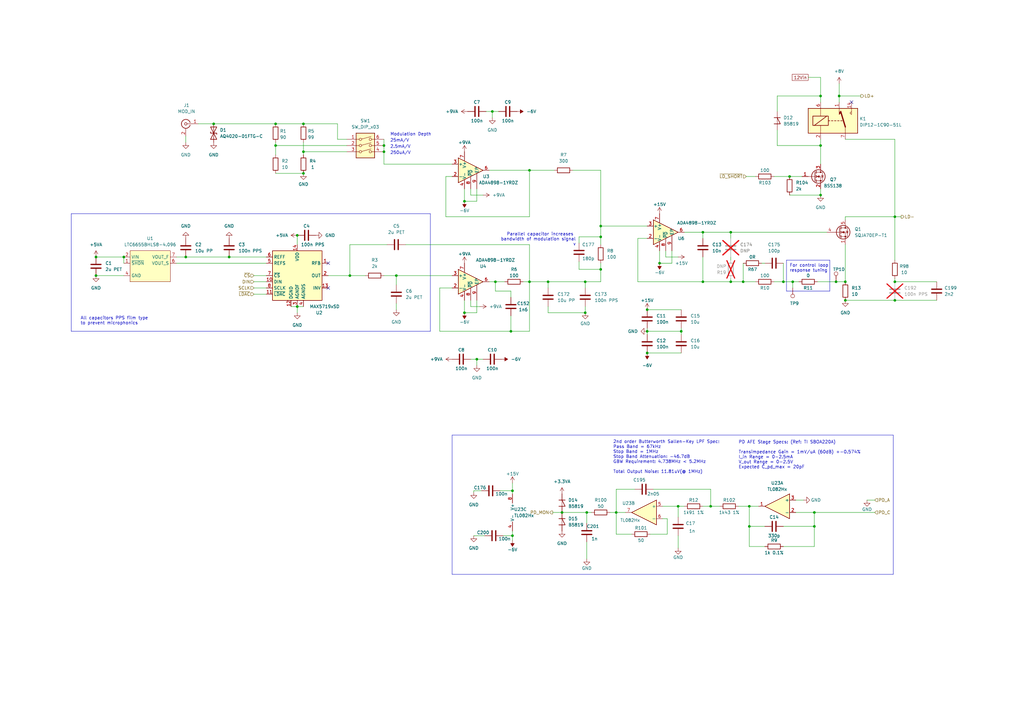
<source format=kicad_sch>
(kicad_sch (version 20230121) (generator eeschema)
  (paper "A3")
  (title_block (title "Kirdy") (date "2022-07-03") (rev "r0.1") (company "M-Labs") (comment 1 "Alex Wong Tat Hang"))
  (lib_symbols
    (symbol "Amplifier_Operational:ADA4898-1YRDZ" (pin_names (offset 0.127))
      (property "Reference" "U" (at 3.81 3.81 0))
      (property "Value" "ADA4898-1YRDZ" (at 11.43 -2.54 0))
      (symbol "ADA4898-1YRDZ_1_1"
        (pin input line (at -7.62 -2.54 0) (length 2.54) (name "-") (number "2"))
        (pin input line (at -7.62 2.54 0) (length 2.54) (name "+") (number "3"))
        (pin power_in line (at -2.54 -7.62 90) (length 3.81) (name "V-") (number "4"))
        (pin output line (at 7.62 0 180) (length 2.54) (name "~") (number "6"))
        (pin power_in line (at -2.54 7.62 270) (length 3.81) (name "V+") (number "7"))
        (pin input line (at 0 -7.62 90) (length 5.08) (name "~{PD}") (number "8"))
        (pin passive line (at 2.54 -7.62 90) (length 6.35) (name "EP") (number "9"))
      )
    )
    (symbol "Amplifier_Operational:TL082" (pin_names (offset 0.127))
      (property "Reference" "U" (at 0 5.08 0))
      (property "Value" "TL082" (at 0 -5.08 0))
      (symbol "TL082_1_1"
        (pin output line (at 7.62 0 180) (length 2.54) (name "~") (number "1"))
        (pin input line (at -7.62 -2.54 0) (length 2.54) (name "-") (number "2"))
        (pin input line (at -7.62 2.54 0) (length 2.54) (name "+") (number "3"))
      )
      (symbol "TL082_2_1"
        (pin input line (at -7.62 2.54 0) (length 2.54) (name "+") (number "5"))
        (pin input line (at -7.62 -2.54 0) (length 2.54) (name "-") (number "6"))
        (pin output line (at 7.62 0 180) (length 2.54) (name "~") (number "7"))
      )
      (symbol "TL082_3_1"
        (pin power_in line (at -2.54 -7.62 90) (length 3.81) (name "V-") (number "4"))
        (pin power_in line (at -2.54 7.62 270) (length 3.81) (name "V+") (number "8"))
      )
    )
    (symbol "Analog_DAC:MAX5719xSD"
      (property "Reference" "U" (at -10.16 11.43 0))
      (property "Value" "MAX5719xSD" (at 1.27 11.43 0))
      (symbol "MAX5719xSD_1_1"
        (pin passive line (at 12.7 5.08 180) (length 2.54) (name "RFB") (number "1"))
        (pin input line (at -12.7 -2.54 0) (length 2.54) (name "DIN") (number "10"))
        (pin input line (at -12.7 -7.62 0) (length 2.54) (name "~{LDAC}") (number "11"))
        (pin power_in line (at -2.54 -12.7 90) (length 2.54) (name "DGND") (number "12"))
        (pin passive line (at 12.7 -5.08 180) (length 2.54) (name "INV") (number "13"))
        (pin power_in line (at 0 12.7 270) (length 2.54) (name "VDD") (number "14"))
        (pin output line (at 12.7 0 180) (length 2.54) (name "OUT") (number "2"))
        (pin power_in line (at 0 -12.7 90) (length 2.54) (name "AGNDF") (number "3"))
        (pin power_in line (at 2.54 -12.7 90) (length 2.54) (name "AGNDS") (number "4"))
        (pin input line (at -12.7 5.08 0) (length 2.54) (name "REFS") (number "5"))
        (pin input line (at -12.7 7.62 0) (length 2.54) (name "REFF") (number "6"))
        (pin input line (at -12.7 0 0) (length 2.54) (name "~{CS}") (number "7"))
        (pin input line (at -12.7 -5.08 0) (length 2.54) (name "SCLK") (number "8"))
        (pin no_connect line (at 10.16 -7.62 180) (length 2.54) hide (name "NC") (number "9"))
      )
    )
    (symbol "Connector:Conn_Coaxial" (pin_names (offset 1.016) hide)
      (property "Reference" "J" (at 0.254 3.048 0))
      (property "Value" "Conn_Coaxial" (at 2.921 0 90))
      (symbol "Conn_Coaxial_1_1"
        (pin passive line (at -5.08 0 0) (length 2.54) (name "In") (number "1"))
        (pin passive line (at 0 -5.08 90) (length 2.54) (name "Ext") (number "2"))
      )
    )
    (symbol "Connector:TestPoint" (pin_numbers hide) (pin_names (offset 0.762) hide)
      (property "Reference" "TP" (at 0 6.858 0))
      (property "Value" "TestPoint" (at 0 5.08 0))
      (symbol "TestPoint_1_1"
        (pin passive line (at 0 0 90) (length 2.54) (name "1") (number "1"))
      )
    )
    (symbol "Device:C" (pin_numbers hide) (pin_names (offset 0.254))
      (property "Reference" "C" (at 0.635 2.54 0))
      (property "Value" "C" (at 0.635 -2.54 0))
      (symbol "C_1_1"
        (pin passive line (at 0 3.81 270) (length 2.794) (name "~") (number "1"))
        (pin passive line (at 0 -3.81 90) (length 2.794) (name "~") (number "2"))
      )
    )
    (symbol "Device:D_Shockley" (pin_numbers hide) (pin_names (offset 1.016) hide)
      (property "Reference" "D" (at 0 2.54 0))
      (property "Value" "D_Shockley" (at 0 -2.54 0))
      (symbol "D_Shockley_1_1"
        (pin passive line (at -3.81 0 0) (length 2.54) (name "K") (number "1"))
        (pin passive line (at 3.81 0 180) (length 2.54) (name "A") (number "2"))
      )
    )
    (symbol "Device:D_TVS" (pin_numbers hide) (pin_names (offset 1.016) hide)
      (property "Reference" "D" (at 0 2.54 0))
      (property "Value" "D_TVS" (at 0 -2.54 0))
      (symbol "D_TVS_1_1"
        (pin passive line (at -3.81 0 0) (length 2.54) (name "A1") (number "1"))
        (pin passive line (at 3.81 0 180) (length 2.54) (name "A2") (number "2"))
      )
    )
    (symbol "Device:R" (pin_numbers hide) (pin_names (offset 0))
      (property "Reference" "R" (at 2.032 0 90))
      (property "Value" "R" (at 0 0 90))
      (symbol "R_1_1"
        (pin passive line (at 0 3.81 270) (length 1.27) (name "~") (number "1"))
        (pin passive line (at 0 -3.81 90) (length 1.27) (name "~") (number "2"))
      )
    )
    (symbol "Relay:DIPxx-1Cxx-51x"
      (property "Reference" "K" (at 11.43 3.81 0))
      (property "Value" "DIPxx-1Cxx-51x" (at 11.43 1.27 0))
      (symbol "DIPxx-1Cxx-51x_1_1"
        (pin passive line (at 2.54 7.62 270) (length 2.54) (name "~") (number "1"))
        (pin passive line (at 7.62 7.62 270) (length 2.54) (name "~") (number "14"))
        (pin passive line (at -5.08 -7.62 90) (length 2.54) (name "~") (number "2"))
        (pin passive line (at -5.08 7.62 270) (length 2.54) (name "~") (number "6"))
        (pin passive line (at 5.08 -7.62 90) (length 2.54) (name "~") (number "7"))
        (pin passive line (at 5.08 -7.62 90) (length 2.54) hide (name "~") (number "8"))
      )
    )
    (symbol "Switch:SW_DIP_x03" (pin_names (offset 0) hide)
      (property "Reference" "SW" (at 0 8.89 0))
      (property "Value" "SW_DIP_x03" (at 0 -3.81 0))
      (symbol "SW_DIP_x03_1_1"
        (pin passive line (at -7.62 5.08 0) (length 5.08) (name "~") (number "1"))
        (pin passive line (at -7.62 2.54 0) (length 5.08) (name "~") (number "2"))
        (pin passive line (at -7.62 0 0) (length 5.08) (name "~") (number "3"))
        (pin passive line (at 7.62 0 180) (length 5.08) (name "~") (number "4"))
        (pin passive line (at 7.62 2.54 180) (length 5.08) (name "~") (number "5"))
        (pin passive line (at 7.62 5.08 180) (length 5.08) (name "~") (number "6"))
      )
    )
    (symbol "Transistor_FET:BSS138" (pin_names hide)
      (property "Reference" "Q" (at 5.08 1.905 0))
      (property "Value" "BSS138" (at 5.08 0 0))
      (symbol "BSS138_1_1"
        (pin input line (at -5.08 0 0) (length 2.54) (name "G") (number "1"))
        (pin passive line (at 2.54 -5.08 90) (length 2.54) (name "S") (number "2"))
        (pin passive line (at 2.54 5.08 270) (length 2.54) (name "D") (number "3"))
      )
    )
    (symbol "Transistor_FET:CSD17507Q5A" (pin_names hide)
      (property "Reference" "Q" (at 5.08 1.905 0))
      (property "Value" "CSD17507Q5A" (at 5.08 0 0))
      (symbol "CSD17507Q5A_1_1"
        (pin passive line (at 2.54 -5.08 90) (length 2.54) (name "S") (number "1"))
        (pin passive line (at 2.54 -5.08 90) (length 2.54) hide (name "S") (number "2"))
        (pin passive line (at 2.54 -5.08 90) (length 2.54) hide (name "S") (number "3"))
        (pin passive line (at -5.08 0 0) (length 2.54) (name "G") (number "4"))
        (pin passive line (at 2.54 5.08 270) (length 2.54) (name "D") (number "5"))
      )
    )
    (symbol "kirdy:LTC6655"
      (property "Reference" "U" (at 0 -10.16 0))
      (property "Value" "LTC6655" (at 0 -7.62 0))
      (symbol "LTC6655_0_0"
        (pin input line (at -10.16 2.54 0) (length 2.54) (name "~{SHDN}") (number "1"))
        (pin power_in line (at -10.16 5.08 0) (length 2.54) (name "VIN") (number "2"))
        (pin power_in line (at -10.16 -2.54 0) (length 2.54) hide (name "GND") (number "3"))
        (pin power_in line (at -10.16 -2.54 0) (length 2.54) (name "GND") (number "4"))
        (pin power_in line (at -10.16 -2.54 0) (length 2.54) hide (name "GND") (number "5"))
        (pin passive line (at 11.43 2.54 180) (length 2.54) (name "VOUT_S") (number "6"))
        (pin output line (at 11.43 5.08 180) (length 2.54) (name "VOUT_F") (number "7"))
        (pin power_in line (at -10.16 -2.54 0) (length 2.54) hide (name "GND") (number "8"))
      )
    )
    (symbol "power:+15V" (power) (pin_names (offset 0))
      (property "Value" "+15V" (at 0 3.556 0))
      (symbol "+15V_1_1"
        (pin power_in line (at 0 0 90) (length 0) hide (name "+15V") (number "1"))
      )
    )
    (symbol "power:+3.3VA" (power) (pin_names (offset 0))
      (property "Value" "+3.3VA" (at 0 3.556 0))
      (symbol "+3.3VA_1_1"
        (pin power_in line (at 0 0 90) (length 0) hide (name "+3.3VA") (number "1"))
      )
    )
    (symbol "power:+5VA" (power) (pin_names (offset 0))
      (property "Value" "+5VA" (at 0 3.556 0))
      (symbol "+5VA_1_1"
        (pin power_in line (at 0 0 90) (length 0) hide (name "+5VA") (number "1"))
      )
    )
    (symbol "power:+8V" (power) (pin_names (offset 0))
      (property "Value" "+8V" (at 0 3.556 0))
      (symbol "+8V_1_1"
        (pin power_in line (at 0 0 90) (length 0) hide (name "+8V") (number "1"))
      )
    )
    (symbol "power:+9VA" (power) (pin_names (offset 0))
      (property "Value" "+9VA" (at 0 3.81 0))
      (symbol "+9VA_1_1"
        (pin power_in line (at 0 0 90) (length 0) hide (name "+9VA") (number "1"))
      )
    )
    (symbol "power:-6V" (power) (pin_names (offset 0))
      (property "Value" "-6V" (at 0 3.81 0))
      (symbol "-6V_0_0"
        (pin power_in line (at 0 0 90) (length 0) hide (name "-6V") (number "1"))
      )
    )
    (symbol "power:GND" (power) (pin_names (offset 0))
      (property "Value" "GND" (at 0 -3.81 0))
      (symbol "GND_1_1"
        (pin power_in line (at 0 0 270) (length 0) hide (name "GND") (number "1"))
      )
    )
  )
  (junction (at 270.51 107.95))
  (junction (at 124.46 71.12))
  (junction (at 217.17 69.85))
  (junction (at 265.43 135.89))
  (junction (at 203.2 115.57))
  (junction (at 121.92 96.52))
  (junction (at 288.29 95.25))
  (junction (at 367.03 88.9))
  (junction (at 334.01 210.185))
  (junction (at 210.185 201.295))
  (junction (at 87.63 50.8))
  (junction (at 201.93 45.72))
  (junction (at 157.48 62.23))
  (junction (at 240.03 115.57))
  (junction (at 195.58 147.32))
  (junction (at 299.72 115.57))
  (junction (at 265.43 127))
  (junction (at 252.73 210.185))
  (junction (at 346.71 115.57))
  (junction (at 190.5 128.27))
  (junction (at 124.46 50.8))
  (junction (at 336.55 39.37))
  (junction (at 217.17 115.57))
  (junction (at 307.34 207.645))
  (junction (at 224.79 115.57))
  (junction (at 334.01 215.9))
  (junction (at 190.5 82.55))
  (junction (at 325.12 115.57))
  (junction (at 288.29 115.57))
  (junction (at 143.51 113.03))
  (junction (at 336.55 80.01))
  (junction (at 299.72 95.25))
  (junction (at 113.03 50.8))
  (junction (at 162.56 113.03))
  (junction (at 76.2 105.41))
  (junction (at 279.4 135.89))
  (junction (at 210.185 219.71))
  (junction (at 246.38 110.49))
  (junction (at 246.38 92.71))
  (junction (at 50.8 105.41))
  (junction (at 346.71 123.19))
  (junction (at 265.43 144.78))
  (junction (at 291.465 207.645))
  (junction (at 367.03 123.19))
  (junction (at 93.98 105.41))
  (junction (at 39.37 113.03))
  (junction (at 278.13 207.645))
  (junction (at 240.03 128.27))
  (junction (at 113.03 59.69))
  (junction (at 307.34 215.9))
  (junction (at 336.55 59.69))
  (junction (at 246.38 97.155))
  (junction (at 344.17 39.37))
  (junction (at 230.505 210.185))
  (junction (at 304.8 115.57))
  (junction (at 124.46 62.23))
  (junction (at 121.92 125.73))
  (junction (at 209.55 135.89))
  (junction (at 367.03 115.57))
  (junction (at 240.665 210.185))
  (junction (at 39.37 105.41))
  (junction (at 157.48 59.69))
  (junction (at 342.9 115.57))
  (junction (at 323.85 72.39))
  (junction (at 321.31 115.57))
  (no_connect (at 349.25 41.91))
  (no_connect (at 134.62 118.11))
  (no_connect (at 134.62 107.95))
  (wire (pts (xy 162.56 124.46) (xy 162.56 127)))
  (wire (pts (xy 104.14 113.03) (xy 109.22 113.03)))
  (wire (pts (xy 50.8 105.41) (xy 50.8 107.95)))
  (wire (pts (xy 157.48 59.69) (xy 157.48 62.23)))
  (wire (pts (xy 323.85 72.39) (xy 328.93 72.39)))
  (wire (pts (xy 217.17 115.57) (xy 224.79 115.57)))
  (wire (pts (xy 259.08 219.075) (xy 252.73 219.075)))
  (wire (pts (xy 113.03 71.12) (xy 124.46 71.12)))
  (wire (pts (xy 334.01 210.185) (xy 358.775 210.185)))
  (wire (pts (xy 335.28 115.57) (xy 342.9 115.57)))
  (wire (pts (xy 288.29 95.25) (xy 299.72 95.25)))
  (wire (pts (xy 313.69 224.155) (xy 307.34 224.155)))
  (wire (pts (xy 237.49 107.315) (xy 237.49 110.49)))
  (wire (pts (xy 318.77 59.69) (xy 336.55 59.69)))
  (wire (pts (xy 325.12 118.11) (xy 325.12 115.57)))
  (wire (pts (xy 271.78 212.725) (xy 273.685 212.725)))
  (wire (pts (xy 240.03 115.57) (xy 246.38 115.57)))
  (wire (pts (xy 265.43 135.89) (xy 265.43 137.16)))
  (wire (pts (xy 346.71 90.17) (xy 346.71 88.9)))
  (wire (pts (xy 210.185 219.71) (xy 210.185 221.615)))
  (wire (pts (xy 331.47 31.75) (xy 336.55 31.75)))
  (wire (pts (xy 240.665 210.185) (xy 242.57 210.185)))
  (wire (pts (xy 166.37 100.33) (xy 217.17 100.33)))
  (wire (pts (xy 138.43 57.15) (xy 142.24 57.15)))
  (wire (pts (xy 288.29 207.645) (xy 291.465 207.645)))
  (wire (pts (xy 76.2 58.42) (xy 76.2 55.88)))
  (wire (pts (xy 240.03 118.11) (xy 240.03 115.57)))
  (wire (pts (xy 288.29 95.25) (xy 288.29 97.79)))
  (wire (pts (xy 280.67 95.25) (xy 288.29 95.25)))
  (wire (pts (xy 193.04 125.73) (xy 196.85 125.73)))
  (wire (pts (xy 336.55 31.75) (xy 336.55 39.37)))
  (wire (pts (xy 124.46 58.42) (xy 124.46 62.23)))
  (wire (pts (xy 246.38 107.95) (xy 246.38 110.49)))
  (wire (pts (xy 367.03 114.3) (xy 367.03 115.57)))
  (wire (pts (xy 299.72 95.25) (xy 339.09 95.25)))
  (wire (pts (xy 81.28 50.8) (xy 87.63 50.8)))
  (polyline (pts (xy 322.58 119.38) (xy 340.36 119.38)))
  (wire (pts (xy 104.14 118.11) (xy 109.22 118.11)))
  (wire (pts (xy 237.49 110.49) (xy 246.38 110.49)))
  (wire (pts (xy 252.73 200.66) (xy 252.73 210.185)))
  (wire (pts (xy 206.375 219.71) (xy 210.185 219.71)))
  (wire (pts (xy 273.05 105.41) (xy 278.13 105.41)))
  (wire (pts (xy 237.49 97.155) (xy 246.38 97.155)))
  (polyline (pts (xy 322.58 106.68) (xy 340.36 106.68)))
  (wire (pts (xy 318.77 53.34) (xy 318.77 59.69)))
  (wire (pts (xy 157.48 57.15) (xy 157.48 59.69)))
  (wire (pts (xy 299.72 105.41) (xy 299.72 106.68)))
  (wire (pts (xy 76.2 105.41) (xy 93.98 105.41)))
  (wire (pts (xy 104.14 115.57) (xy 109.22 115.57)))
  (wire (pts (xy 113.03 58.42) (xy 113.03 59.69)))
  (wire (pts (xy 200.66 69.85) (xy 217.17 69.85)))
  (wire (pts (xy 201.93 45.72) (xy 201.93 48.26)))
  (wire (pts (xy 326.39 210.185) (xy 334.01 210.185)))
  (wire (pts (xy 306.07 72.39) (xy 309.88 72.39)))
  (wire (pts (xy 224.79 115.57) (xy 240.03 115.57)))
  (wire (pts (xy 267.97 200.66) (xy 291.465 200.66)))
  (wire (pts (xy 217.17 88.9) (xy 217.17 69.85)))
  (wire (pts (xy 209.55 135.89) (xy 217.17 135.89)))
  (wire (pts (xy 210.185 198.12) (xy 210.185 201.295)))
  (wire (pts (xy 252.73 210.185) (xy 256.54 210.185)))
  (wire (pts (xy 162.56 113.03) (xy 185.42 113.03)))
  (wire (pts (xy 157.48 113.03) (xy 162.56 113.03)))
  (wire (pts (xy 299.72 95.25) (xy 299.72 97.79)))
  (wire (pts (xy 217.17 135.89) (xy 217.17 115.57)))
  (wire (pts (xy 367.03 88.9) (xy 346.71 88.9)))
  (wire (pts (xy 240.03 128.27) (xy 240.03 125.73)))
  (wire (pts (xy 72.39 107.95) (xy 109.22 107.95)))
  (wire (pts (xy 336.55 57.15) (xy 336.55 59.69)))
  (wire (pts (xy 124.46 62.23) (xy 142.24 62.23)))
  (wire (pts (xy 214.63 115.57) (xy 217.17 115.57)))
  (wire (pts (xy 278.13 212.09) (xy 278.13 207.645)))
  (wire (pts (xy 279.4 135.89) (xy 265.43 135.89)))
  (wire (pts (xy 201.93 45.72) (xy 204.47 45.72)))
  (wire (pts (xy 180.34 118.11) (xy 180.34 135.89)))
  (wire (pts (xy 307.34 215.9) (xy 307.34 224.155)))
  (wire (pts (xy 195.58 82.55) (xy 195.58 77.47)))
  (wire (pts (xy 190.5 77.47) (xy 190.5 82.55)))
  (wire (pts (xy 195.58 128.27) (xy 195.58 123.19)))
  (wire (pts (xy 291.465 200.66) (xy 291.465 207.645)))
  (wire (pts (xy 143.51 100.33) (xy 143.51 113.03)))
  (wire (pts (xy 158.75 100.33) (xy 143.51 100.33)))
  (polyline (pts (xy 29.21 87.63) (xy 176.53 87.63)))
  (wire (pts (xy 346.71 123.19) (xy 367.03 123.19)))
  (wire (pts (xy 342.9 115.57) (xy 346.71 115.57)))
  (wire (pts (xy 266.7 219.075) (xy 273.685 219.075)))
  (wire (pts (xy 271.78 207.645) (xy 278.13 207.645)))
  (wire (pts (xy 195.58 147.32) (xy 198.12 147.32)))
  (wire (pts (xy 87.63 50.8) (xy 113.03 50.8)))
  (wire (pts (xy 246.38 97.155) (xy 246.38 100.33)))
  (wire (pts (xy 304.8 107.95) (xy 304.8 115.57)))
  (wire (pts (xy 193.04 77.47) (xy 193.04 80.01)))
  (wire (pts (xy 113.03 50.8) (xy 124.46 50.8)))
  (wire (pts (xy 336.55 39.37) (xy 336.55 41.91)))
  (wire (pts (xy 190.5 82.55) (xy 195.58 82.55)))
  (wire (pts (xy 193.04 147.32) (xy 195.58 147.32)))
  (wire (pts (xy 329.565 205.105) (xy 326.39 205.105)))
  (wire (pts (xy 321.31 115.57) (xy 325.12 115.57)))
  (wire (pts (xy 240.665 222.25) (xy 240.665 229.235)))
  (wire (pts (xy 246.38 69.85) (xy 246.38 92.71)))
  (wire (pts (xy 270.51 107.95) (xy 275.59 107.95)))
  (wire (pts (xy 199.39 45.72) (xy 201.93 45.72)))
  (wire (pts (xy 344.17 39.37) (xy 344.17 41.91)))
  (wire (pts (xy 185.42 72.39) (xy 182.88 72.39)))
  (wire (pts (xy 230.505 210.185) (xy 240.665 210.185)))
  (polyline (pts (xy 340.36 119.38) (xy 340.36 106.68)))
  (wire (pts (xy 72.39 105.41) (xy 76.2 105.41)))
  (wire (pts (xy 180.34 135.89) (xy 209.55 135.89)))
  (wire (pts (xy 193.04 123.19) (xy 193.04 125.73)))
  (wire (pts (xy 134.62 113.03) (xy 143.51 113.03)))
  (wire (pts (xy 209.55 119.38) (xy 203.2 119.38)))
  (wire (pts (xy 93.98 105.41) (xy 109.22 105.41)))
  (wire (pts (xy 291.465 207.645) (xy 295.275 207.645)))
  (wire (pts (xy 317.5 115.57) (xy 321.31 115.57)))
  (wire (pts (xy 367.03 57.15) (xy 346.71 57.15)))
  (wire (pts (xy 250.19 210.185) (xy 252.73 210.185)))
  (wire (pts (xy 334.01 210.185) (xy 334.01 215.9)))
  (wire (pts (xy 234.95 69.85) (xy 246.38 69.85)))
  (wire (pts (xy 278.13 224.79) (xy 278.13 219.71)))
  (wire (pts (xy 39.37 105.41) (xy 50.8 105.41)))
  (wire (pts (xy 39.37 113.03) (xy 50.8 113.03)))
  (wire (pts (xy 369.57 88.9) (xy 367.03 88.9)))
  (wire (pts (xy 318.77 39.37) (xy 336.55 39.37)))
  (wire (pts (xy 302.895 207.645) (xy 307.34 207.645)))
  (wire (pts (xy 190.5 128.27) (xy 195.58 128.27)))
  (wire (pts (xy 124.46 62.23) (xy 124.46 63.5)))
  (wire (pts (xy 270.51 102.87) (xy 270.51 107.95)))
  (polyline (pts (xy 29.21 87.63) (xy 29.21 135.89)))
  (wire (pts (xy 325.12 115.57) (xy 327.66 115.57)))
  (wire (pts (xy 113.03 59.69) (xy 142.24 59.69)))
  (wire (pts (xy 367.03 115.57) (xy 384.175 115.57)))
  (wire (pts (xy 252.73 210.185) (xy 252.73 219.075)))
  (wire (pts (xy 261.62 115.57) (xy 261.62 97.79)))
  (wire (pts (xy 121.92 96.52) (xy 121.92 100.33)))
  (wire (pts (xy 273.685 212.725) (xy 273.685 219.075)))
  (wire (pts (xy 273.05 102.87) (xy 273.05 105.41)))
  (wire (pts (xy 157.48 67.31) (xy 185.42 67.31)))
  (wire (pts (xy 226.695 210.185) (xy 230.505 210.185)))
  (polyline (pts (xy 322.58 106.68) (xy 322.58 119.38)))
  (wire (pts (xy 217.17 69.85) (xy 227.33 69.85)))
  (wire (pts (xy 336.55 59.69) (xy 336.55 67.31)))
  (wire (pts (xy 321.31 224.155) (xy 334.01 224.155)))
  (wire (pts (xy 304.8 115.57) (xy 309.88 115.57)))
  (wire (pts (xy 194.31 201.93) (xy 194.31 201.295)))
  (wire (pts (xy 344.17 39.37) (xy 353.06 39.37)))
  (wire (pts (xy 288.29 115.57) (xy 261.62 115.57)))
  (wire (pts (xy 307.34 207.645) (xy 311.15 207.645)))
  (wire (pts (xy 182.88 88.9) (xy 217.17 88.9)))
  (wire (pts (xy 119.38 125.73) (xy 121.92 125.73)))
  (wire (pts (xy 246.38 92.71) (xy 265.43 92.71)))
  (wire (pts (xy 367.03 88.9) (xy 367.03 106.68)))
  (wire (pts (xy 104.14 120.65) (xy 109.22 120.65)))
  (wire (pts (xy 318.77 45.72) (xy 318.77 39.37)))
  (wire (pts (xy 143.51 113.03) (xy 149.86 113.03)))
  (wire (pts (xy 367.03 123.19) (xy 384.175 123.19)))
  (wire (pts (xy 193.04 80.01) (xy 198.12 80.01)))
  (wire (pts (xy 246.38 92.71) (xy 246.38 97.155)))
  (polyline (pts (xy 29.21 135.89) (xy 176.53 135.89)))
  (wire (pts (xy 210.185 201.295) (xy 210.185 202.565)))
  (wire (pts (xy 194.31 201.295) (xy 197.485 201.295)))
  (wire (pts (xy 224.79 125.73) (xy 224.79 128.27)))
  (wire (pts (xy 299.72 114.3) (xy 299.72 115.57)))
  (wire (pts (xy 367.03 57.15) (xy 367.03 88.9)))
  (wire (pts (xy 190.5 123.19) (xy 190.5 128.27)))
  (wire (pts (xy 224.79 118.11) (xy 224.79 115.57)))
  (wire (pts (xy 203.2 119.38) (xy 203.2 115.57)))
  (wire (pts (xy 321.31 107.95) (xy 321.31 115.57)))
  (wire (pts (xy 209.55 129.54) (xy 209.55 135.89)))
  (wire (pts (xy 205.105 201.295) (xy 210.185 201.295)))
  (wire (pts (xy 279.4 134.62) (xy 279.4 135.89)))
  (wire (pts (xy 344.17 34.29) (xy 344.17 39.37)))
  (wire (pts (xy 312.42 107.95) (xy 313.69 107.95)))
  (wire (pts (xy 246.38 110.49) (xy 246.38 115.57)))
  (wire (pts (xy 323.85 80.01) (xy 336.55 80.01)))
  (wire (pts (xy 113.03 59.69) (xy 113.03 63.5)))
  (wire (pts (xy 121.92 125.73) (xy 121.92 128.27)))
  (wire (pts (xy 217.17 100.33) (xy 217.17 115.57)))
  (wire (pts (xy 279.4 135.89) (xy 279.4 137.16)))
  (wire (pts (xy 210.185 217.805) (xy 210.185 219.71)))
  (wire (pts (xy 162.56 113.03) (xy 162.56 116.84)))
  (wire (pts (xy 157.48 62.23) (xy 157.48 67.31)))
  (wire (pts (xy 346.71 100.33) (xy 346.71 115.57)))
  (wire (pts (xy 124.46 50.8) (xy 138.43 50.8)))
  (wire (pts (xy 355.6 205.105) (xy 358.775 205.105)))
  (wire (pts (xy 203.2 115.57) (xy 207.01 115.57)))
  (wire (pts (xy 240.665 214.63) (xy 240.665 210.185)))
  (wire (pts (xy 336.55 77.47) (xy 336.55 80.01)))
  (wire (pts (xy 321.31 215.9) (xy 334.01 215.9)))
  (wire (pts (xy 307.34 207.645) (xy 307.34 215.9)))
  (wire (pts (xy 317.5 72.39) (xy 323.85 72.39)))
  (wire (pts (xy 185.42 118.11) (xy 180.34 118.11)))
  (wire (pts (xy 194.31 219.71) (xy 198.755 219.71)))
  (wire (pts (xy 265.43 134.62) (xy 265.43 135.89)))
  (wire (pts (xy 224.79 128.27) (xy 240.03 128.27)))
  (wire (pts (xy 265.43 127) (xy 279.4 127)))
  (wire (pts (xy 260.35 200.66) (xy 252.73 200.66)))
  (wire (pts (xy 288.29 115.57) (xy 299.72 115.57)))
  (wire (pts (xy 209.55 121.92) (xy 209.55 119.38)))
  (wire (pts (xy 265.43 144.78) (xy 279.4 144.78)))
  (wire (pts (xy 278.13 207.645) (xy 280.67 207.645)))
  (wire (pts (xy 200.66 115.57) (xy 203.2 115.57)))
  (wire (pts (xy 138.43 50.8) (xy 138.43 57.15)))
  (wire (pts (xy 275.59 107.95) (xy 275.59 102.87)))
  (wire (pts (xy 288.29 105.41) (xy 288.29 115.57)))
  (wire (pts (xy 195.58 147.32) (xy 195.58 149.86)))
  (wire (pts (xy 299.72 115.57) (xy 304.8 115.57)))
  (polyline (pts (xy 176.53 135.89) (xy 176.53 87.63)))
  (wire (pts (xy 237.49 99.695) (xy 237.49 97.155)))
  (wire (pts (xy 121.92 125.73) (xy 124.46 125.73)))
  (wire (pts (xy 182.88 72.39) (xy 182.88 88.9)))
  (wire (pts (xy 261.62 97.79) (xy 265.43 97.79)))
  (wire (pts (xy 334.01 215.9) (xy 334.01 224.155)))
  (wire (pts (xy 313.69 215.9) (xy 307.34 215.9)))
  (rectangle (start 185.42 178.435) (end 366.395 235.585))
  (text "250uA/V" (at 160.02 63.5 0) (effects (font (size 1.27 1.27)) (justify left bottom)))
  (text "All capacitors PPS film type\nto prevent microphonics " (at 33.02 133.35 0) (effects (font (size 1.27 1.27)) (justify left bottom)))
  (text "2.5mA/V" (at 160.02 60.96 0) (effects (font (size 1.27 1.27)) (justify left bottom)))
  (text "For control loop\nresponse tuning" (at 323.85 111.76 0) (effects (font (size 1.27 1.27)) (justify left bottom)))
  (text "25mA/V" (at 160.02 58.42 0) (effects (font (size 1.27 1.27)) (justify left bottom)))
  (text "PD AFE Stage Specs: (Ref: TI SBOA220A)\n\nTransimpedance Gain = 1mV/uA (60dB) +-0.574%\nI_in Range = 0-2.5mA\nV_out Range = 0-2.5V\nExpected C_pd_max = 20pF" (at 302.895 192.405 0) (effects (font (size 1.27 1.27)) (justify left bottom)))
  (text "\n2nd order Butterworth Sallen-Key LPF Spec:\nPass Band = 67kHz\nStop Band = 1MHz\nStop Band Attenuation: -46.7dB\nGBW Requirement: 4.738MHz < 5.2MHz\n\nTotal Output Noise: 11.81uV(@ 1MHz)" (at 251.46 194.31 0) (effects (font (size 1.27 1.27)) (justify left bottom)))
  (text "Parallel capacitor increases \nbandwidth of modulation signal\nv" (at 236.22 100.965 0) (effects (font (size 1.27 1.27)) (justify right bottom)))
  (text "Modulation Depth" (at 160.02 55.88 0) (effects (font (size 1.27 1.27)) (justify left bottom)))
  (global_label "12Vin" (shape passive) (at 331.47 31.75 180) (property "Intersheetrefs" "${INTERSHEET_REFS}" (effects hide)))
  (hierarchical_label "PD_MON" (shape output) (at 226.695 210.185 180))
  (hierarchical_label "PD_C" (shape input) (at 358.775 210.185 0))
  (hierarchical_label "~{LDAC}" (shape input) (at 104.14 120.65 180))
  (hierarchical_label "~{LD_SHORT}" (shape input) (at 306.07 72.39 180))
  (hierarchical_label "LD+" (shape output) (at 353.06 39.37 0))
  (hierarchical_label "PD_A" (shape input) (at 358.775 205.105 0))
  (hierarchical_label "SCLK" (shape input) (at 104.14 118.11 180))
  (hierarchical_label "DIN" (shape input) (at 104.14 115.57 180))
  (hierarchical_label "LD-" (shape output) (at 369.57 88.9 0))
  (hierarchical_label "~{CS}" (shape input) (at 104.14 113.03 180))
  (symbol (lib_id "Connector:TestPoint") (at 342.9 115.57 0) (unit 1)
    (property "Reference" "TP10" (at 341.63 110.49 0) (effects (justify left)))
    (property "Value" "TestPoint" (effects hide))
    (property "Footprint" "TestPoint:TestPoint_Pad_2.0x2.0mm" (effects hide))
  )
  (symbol (lib_id "Device:R") (at 299.72 110.49 180) (unit 1) (dnp yes)
    (property "Reference" "R19" (at 295.91 111.76 0))
    (property "Value" "DNP" (at 295.91 109.22 0))
    (property "Footprint" "Resistor_SMD:R_0603_1608Metric" (effects hide))
  )
  (symbol (lib_id "Device:R") (at 284.48 207.645 90) (unit 1)
    (property "Reference" "R12" (at 284.48 205.105 90))
    (property "Value" "1k91 1%" (at 284.48 210.185 90))
    (property "Footprint" "Resistor_SMD:R_0603_1608Metric" (effects hide))
    (property "MFR_PN_ALT" "WR06X1001FTL" (effects hide))
  )
  (symbol (lib_id "Device:C") (at 264.16 200.66 270) (unit 1)
    (property "Reference" "C195" (at 262.255 196.85 90))
    (property "Value" "2n05" (at 267.97 202.565 90))
    (property "Footprint" "Capacitor_SMD:C_0603_1608Metric" (effects hide))
  )
  (symbol (lib_id "Device:R") (at 323.85 76.2 180) (unit 1)
    (property "Reference" "R104" (at 326.39 74.9299 0) (effects (justify right)))
    (property "Value" "2k" (at 326.39 77.4699 0) (effects (justify right)))
    (property "Footprint" "Resistor_SMD:R_0603_1608Metric" (effects hide))
    (property "MFR_PN" "RC0603FR-072KL" (effects hide))
    (property "MFR_PN_ALT" "ERJ-3EKF2001V" (effects hide))
  )
  (symbol (lib_id "power:GND") (at 336.55 80.01 0) (unit 1)
    (property "Reference" "#PWR0171" (effects hide))
    (property "Value" "GND" (at 336.55 85.09 0))
  )
  (symbol (lib_id "power:-6V") (at 212.09 45.72 270) (unit 1)
    (property "Reference" "#PWR022" (effects hide))
    (property "Value" "-6V" (at 215.9 45.7199 90) (effects (justify left)))
  )
  (symbol (lib_id "Device:C") (at 162.56 100.33 90) (unit 1)
    (property "Reference" "C5" (at 162.56 92.71 90))
    (property "Value" "2u PET" (at 162.56 95.25 90))
    (property "Footprint" "Capacitor_SMD:C_1812_4532Metric" (effects hide))
    (property "MFR_PN" "35MU225MC14532" (effects hide))
  )
  (symbol (lib_id "power:+15V") (at 265.43 127 0) (unit 1)
    (property "Reference" "#PWR028" (effects hide))
    (property "Value" "+15V" (at 265.43 123.19 0))
  )
  (symbol (lib_id "Device:R") (at 331.47 115.57 90) (unit 1)
    (property "Reference" "R11" (at 331.47 118.11 90))
    (property "Value" "0" (at 331.47 113.03 90))
    (property "Footprint" "Resistor_SMD:R_0603_1608Metric" (effects hide))
    (property "MFR_PN" "RMCF0603ZT0R00" (effects hide))
    (property "MFR_PN_ALT" "CR0603-J/-000ELF" (effects hide))
  )
  (symbol (lib_id "power:-6V") (at 205.74 147.32 270) (unit 1)
    (property "Reference" "#PWR023" (effects hide))
    (property "Value" "-6V" (at 209.55 147.3199 90) (effects (justify left)))
  )
  (symbol (lib_id "Device:D_Shockley") (at 230.505 206.375 270) (unit 1)
    (property "Reference" "D14" (at 233.045 205.1049 90) (effects (justify left)))
    (property "Value" "B5819" (at 233.045 207.6449 90) (effects (justify left)))
    (property "Footprint" "Diode_SMD:D_SOD-323" (effects hide))
    (property "MFR_PN" "B5819WS-TP" (effects hide))
  )
  (symbol (lib_id "power:GND") (at 194.31 201.93 0) (unit 1)
    (property "Reference" "#PWR0191" (effects hide))
    (property "Value" "GND" (at 194.31 207.01 0))
  )
  (symbol (lib_id "Device:C") (at 208.28 45.72 90) (unit 1)
    (property "Reference" "C9" (at 208.28 41.91 90))
    (property "Value" "100n" (at 208.28 49.53 90))
    (property "Footprint" "Capacitor_SMD:C_0603_1608Metric" (effects hide))
    (property "MFR_PN" "CL10B104KB8NNWC" (effects hide))
    (property "MFR_PN_ALT" "CL10B104KB8NNNL" (effects hide))
  )
  (symbol (lib_id "Device:R") (at 346.71 119.38 0) (unit 1)
    (property "Reference" "R13" (at 349.25 118.11 0) (effects (justify left)))
    (property "Value" "10" (at 349.25 120.65 0) (effects (justify left)))
    (property "Footprint" "Package_TO_SOT_THT:TO-220-2_Horizontal_TabDown" (effects hide))
    (property "Datasheet" "https://www.alpha-elec.co.jp/w2img/2022100715510167015-PD(EN)_final_10Jan2018.pdf" (effects hide))
    (property "MFR_PN" "PDY10R000F" (effects hide))
  )
  (symbol (lib_id "Relay:DIPxx-1Cxx-51x") (at 341.63 49.53 0) (unit 1)
    (property "Reference" "K1" (at 352.552 48.6953 0) (effects (justify left)))
    (property "Value" "DIP12-1C90-51L" (at 352.552 51.2322 0) (effects (justify left)))
    (property "Footprint" "Relay_THT:Relay_StandexMeder_DIP_LowProfile" (effects hide))
    (property "Datasheet" "https://standexelectronics.com/wp-content/uploads/datasheet_reed_relay_DIP.pdf" (effects hide))
  )
  (symbol (lib_id "Device:C") (at 278.13 215.9 180) (unit 1)
    (property "Reference" "C17" (at 283.21 214.63 0))
    (property "Value" "1n" (at 283.845 217.805 0))
    (property "Footprint" "Capacitor_SMD:C_0603_1608Metric" (effects hide))
  )
  (symbol (lib_id "power:+5VA") (at 39.37 105.41 0) (unit 1)
    (property "Reference" "#PWR01" (effects hide))
    (property "Value" "+5VA" (at 39.37 100.33 0))
  )
  (symbol (lib_id "Device:C") (at 279.4 140.97 0) (unit 1)
    (property "Reference" "C16" (at 283.21 139.6999 0) (effects (justify left)))
    (property "Value" "10u" (at 283.21 142.2399 0) (effects (justify left)))
    (property "Footprint" "Capacitor_SMD:C_0805_2012Metric" (effects hide))
    (property "MFR_PN" "CL21B106KOQNNNG" (effects hide))
    (property "MFR_PN_ALT" "CL21B106KOQNNNE" (effects hide))
  )
  (symbol (lib_id "Device:C") (at 76.2 101.6 0) (unit 1)
    (property "Reference" "C2" (at 80.01 100.3299 0) (effects (justify left)))
    (property "Value" "10u PP" (at 80.01 102.8699 0) (effects (justify left)))
    (property "Footprint" "Capacitor_SMD:C_1812_4532Metric" (effects hide))
    (property "MFR_PN" "16MU106MC44532" (effects hide))
  )
  (symbol (lib_id "Connector:TestPoint") (at 325.12 118.11 180) (unit 1)
    (property "Reference" "TP9" (at 327.66 124.46 0) (effects (justify left)))
    (property "Value" "TestPoint" (effects hide))
    (property "Footprint" "TestPoint:TestPoint_Pad_2.0x2.0mm" (effects hide))
  )
  (symbol (lib_id "Device:C") (at 299.72 101.6 0) (unit 1) (dnp yes)
    (property "Reference" "C174" (at 303.53 100.3299 0) (effects (justify left)))
    (property "Value" "DNP" (at 303.53 102.8699 0) (effects (justify left)))
    (property "Footprint" "Capacitor_SMD:C_0603_1608Metric" (effects hide))
  )
  (symbol (lib_id "Device:R") (at 313.69 115.57 90) (unit 1)
    (property "Reference" "R10" (at 313.69 118.11 90))
    (property "Value" "100" (at 313.69 113.03 90))
    (property "Footprint" "Resistor_SMD:R_0603_1608Metric" (effects hide))
    (property "MFR_PN" "WR06X1000FTL" (effects hide))
    (property "MFR_PN_ALT" "RMCF0603FT100R" (effects hide))
  )
  (symbol (lib_id "Device:R") (at 367.03 110.49 180) (unit 1)
    (property "Reference" "R98" (at 370.84 109.22 0))
    (property "Value" "10" (at 370.84 111.76 0))
    (property "Footprint" "Resistor_SMD:R_0603_1608Metric" (effects hide))
  )
  (symbol (lib_id "power:GND") (at 121.92 128.27 0) (unit 1)
    (property "Reference" "#PWR06" (effects hide))
    (property "Value" "GND" (at 121.92 133.35 0))
  )
  (symbol (lib_id "Amplifier_Operational:ADA4898-1YRDZ") (at 273.05 95.25 0) (unit 1)
    (property "Reference" "U6" (at 279.4 97.79 0))
    (property "Value" "ADA4898-1YRDZ" (at 285.75 91.44 0))
    (property "Footprint" "Package_SO:SOIC-8-1EP_3.9x4.9mm_P1.27mm_EP2.29x3mm" (effects hide))
    (property "Datasheet" "https://www.analog.com/media/en/technical-documentation/data-sheets/ada4898-1_4898-2.pdf" (effects hide))
    (property "MFR_PN" "ADA4898-1YRDZ" (effects hide))
  )
  (symbol (lib_id "Device:C") (at 288.29 101.6 0) (unit 1)
    (property "Reference" "C13" (at 292.1 100.3299 0) (effects (justify left)))
    (property "Value" "10n" (at 292.1 102.8699 0) (effects (justify left)))
    (property "Footprint" "Capacitor_SMD:C_0603_1608Metric" (effects hide))
    (property "MFR_PN" "0603B103K500CT" (effects hide))
    (property "MFR_PN_ALT" "CL10B103KB8NNNC" (effects hide))
  )
  (symbol (lib_id "power:GND") (at 278.13 224.79 0) (unit 1)
    (property "Reference" "#PWR0187" (effects hide))
    (property "Value" "GND" (at 278.13 228.6 0))
  )
  (symbol (lib_id "power:GND") (at 329.565 205.105 90) (unit 1)
    (property "Reference" "#PWR0182" (effects hide))
    (property "Value" "GND" (at 334.645 205.105 90))
  )
  (symbol (lib_id "Device:C") (at 367.03 119.38 0) (unit 1) (dnp yes)
    (property "Reference" "C192" (at 370.84 118.1099 0) (effects (justify left)))
    (property "Value" "100n PPS" (at 370.84 120.6499 0) (effects (justify left)))
    (property "Footprint" "Capacitor_SMD:C_1210_3225Metric" (effects hide))
    (property "MFR_PN" "ECH-U1C104JX5" (effects hide))
  )
  (symbol (lib_id "Device:R") (at 246.38 104.14 180) (unit 1)
    (property "Reference" "R8" (at 248.92 102.8699 0) (effects (justify right)))
    (property "Value" "100" (at 248.92 105.4099 0) (effects (justify right)))
    (property "Footprint" "Resistor_SMD:R_0603_1608Metric" (effects hide))
    (property "MFR_PN" "RT0603FRE07300RL" (effects hide))
    (property "MFR_PN_ALT" "RC0603FR-10300RL" (effects hide))
  )
  (symbol (lib_id "power:GND") (at 129.54 96.52 90) (unit 1)
    (property "Reference" "#PWR07" (effects hide))
    (property "Value" "GND" (at 133.35 96.5199 90) (effects (justify right)))
  )
  (symbol (lib_id "Device:R") (at 113.03 67.31 180) (unit 1)
    (property "Reference" "R2" (at 116.84 66.04 0))
    (property "Value" "10" (at 116.84 68.58 0))
    (property "Footprint" "Resistor_SMD:R_0603_1608Metric" (effects hide))
    (property "MFR_PN" "RT0603BRD0710RL" (effects hide))
    (property "MFR_PN_ALT" "WR06X10R0FTL" (effects hide))
  )
  (symbol (lib_id "power:GND") (at 39.37 113.03 0) (unit 1)
    (property "Reference" "#PWR02" (effects hide))
    (property "Value" "GND" (at 39.37 118.11 0))
  )
  (symbol (lib_id "power:GND") (at 76.2 97.79 180) (unit 1)
    (property "Reference" "#PWR03" (effects hide))
    (property "Value" "GND" (at 76.2 92.71 0))
  )
  (symbol (lib_id "power:-6V") (at 210.185 221.615 180) (unit 1)
    (property "Reference" "#PWR0181" (effects hide))
    (property "Value" "-6V" (at 210.185 225.425 0))
  )
  (symbol (lib_id "Device:C") (at 224.79 121.92 0) (unit 1)
    (property "Reference" "C172" (at 228.6 120.6499 0) (effects (justify left)))
    (property "Value" "10u PP" (at 228.6 123.1899 0) (effects (justify left)))
    (property "Footprint" "Capacitor_SMD:C_1812_4532Metric" (effects hide))
    (property "MFR_PN" "16MU106MC44532" (effects hide))
  )
  (symbol (lib_id "Device:R") (at 262.89 219.075 90) (unit 1)
    (property "Reference" "R101" (at 262.89 216.535 90))
    (property "Value" "50" (at 262.89 221.615 90))
    (property "Footprint" "Resistor_SMD:R_0603_1608Metric" (effects hide))
    (property "MFR_PN_ALT" "WR06X1001FTL" (effects hide))
  )
  (symbol (lib_id "Switch:SW_DIP_x03") (at 149.86 62.23 0) (unit 1)
    (property "Reference" "SW1" (at 149.86 49.53 0))
    (property "Value" "SW_DIP_x03" (at 149.86 52.07 0))
    (property "Footprint" "Button_Switch_SMD:SW_DIP_SPSTx03_Slide_Omron_A6S-310x_W8.9mm_P2.54mm" (effects hide))
    (property "MFR_PN" "A6SN-3104" (effects hide))
    (property "MFR_PN_ALT" "A6S-3102" (effects hide))
  )
  (symbol (lib_id "Amplifier_Operational:ADA4898-1YRDZ") (at 193.04 115.57 0) (unit 1)
    (property "Reference" "U4" (at 198.12 109.22 0))
    (property "Value" "ADA4898-1YRDZ" (at 203.2 106.68 0))
    (property "Footprint" "Package_SO:SOIC-8-1EP_3.9x4.9mm_P1.27mm_EP2.29x3mm" (effects hide))
    (property "Datasheet" "https://www.analog.com/media/en/technical-documentation/data-sheets/ada4898-1_4898-2.pdf" (effects hide))
    (property "MFR_PN" "ADA4898-1YRDZ" (effects hide))
  )
  (symbol (lib_id "Device:C") (at 317.5 215.9 90) (unit 1)
    (property "Reference" "C14" (at 317.5 212.09 90))
    (property "Value" "330p" (at 317.5 219.71 90))
    (property "Footprint" "Capacitor_SMD:C_0603_1608Metric" (effects hide))
  )
  (symbol (lib_id "power:GND") (at 265.43 135.89 270) (unit 1)
    (property "Reference" "#PWR029" (effects hide))
    (property "Value" "GND" (at 261.62 135.8899 90) (effects (justify right)))
  )
  (symbol (lib_id "power:GND") (at 194.31 219.71 0) (unit 1)
    (property "Reference" "#PWR0192" (effects hide))
    (property "Value" "GND" (at 194.31 224.79 0))
  )
  (symbol (lib_id "Device:C") (at 265.43 140.97 0) (unit 1)
    (property "Reference" "C12" (at 269.24 139.6999 0) (effects (justify left)))
    (property "Value" "100n" (at 269.24 142.2399 0) (effects (justify left)))
    (property "Footprint" "Capacitor_SMD:C_0603_1608Metric" (effects hide))
    (property "MFR_PN" "CL10B104KB8NNWC" (effects hide))
    (property "MFR_PN_ALT" "CL10B104KB8NNNL" (effects hide))
  )
  (symbol (lib_id "power:GND") (at 162.56 127 0) (unit 1)
    (property "Reference" "#PWR09" (effects hide))
    (property "Value" "GND" (at 162.56 132.08 0))
  )
  (symbol (lib_id "Device:R") (at 317.5 224.155 90) (unit 1)
    (property "Reference" "R9" (at 317.5 221.615 90))
    (property "Value" "1k 0.1%" (at 317.5 226.695 90))
    (property "Footprint" "Resistor_SMD:R_0603_1608Metric" (effects hide))
    (property "MFR_PN" "RP0603BRD071KL" (effects hide))
    (property "MFR_PN_ALT" "WR06X1001FTL" (effects hide))
  )
  (symbol (lib_id "Device:R") (at 153.67 113.03 90) (unit 1)
    (property "Reference" "R3" (at 153.67 106.68 90))
    (property "Value" "2k" (at 153.67 109.22 90))
    (property "Footprint" "Resistor_SMD:R_0603_1608Metric" (effects hide))
    (property "MFR_PN" "RC0603FR-072KL" (effects hide))
    (property "MFR_PN_ALT" "ERJ-3EKF2001V" (effects hide))
  )
  (symbol (lib_id "Device:C") (at 209.55 125.73 180) (unit 1)
    (property "Reference" "C152" (at 214.63 124.46 0))
    (property "Value" "1n6" (at 214.63 127 0))
    (property "Footprint" "Capacitor_SMD:C_0603_1608Metric" (effects hide))
    (property "MFR_PN" "GCM1885C1H162FA16D" (effects hide))
    (property "MFR_PN_ALT" "C0603C162J5GAC7867" (effects hide))
  )
  (symbol (lib_id "Device:C") (at 201.93 147.32 90) (unit 1)
    (property "Reference" "C10" (at 201.93 143.51 90))
    (property "Value" "100n" (at 201.93 151.13 90))
    (property "Footprint" "Capacitor_SMD:C_0603_1608Metric" (effects hide))
    (property "MFR_PN" "CL10B104KB8NNWC" (effects hide))
    (property "MFR_PN_ALT" "CL10B104KB8NNNL" (effects hide))
  )
  (symbol (lib_id "power:+9VA") (at 198.12 80.01 270) (unit 1)
    (property "Reference" "#PWR020" (effects hide))
    (property "Value" "+9VA" (at 201.93 80.0099 90) (effects (justify left)))
  )
  (symbol (lib_id "Device:R") (at 124.46 54.61 0) (unit 1)
    (property "Reference" "R5" (at 126.238 53.7753 0) (effects (justify left)))
    (property "Value" "99" (at 126.238 56.3122 0) (effects (justify left)))
    (property "Footprint" "Resistor_SMD:R_0603_1608Metric" (effects hide))
  )
  (symbol (lib_id "Device:C") (at 317.5 107.95 90) (unit 1)
    (property "Reference" "C175" (at 317.5 100.33 90))
    (property "Value" "100p" (at 317.5 102.87 90))
    (property "Footprint" "Capacitor_SMD:C_0603_1608Metric" (effects hide))
  )
  (symbol (lib_id "power:-6V") (at 190.5 128.27 180) (unit 1)
    (property "Reference" "#PWR017" (effects hide))
    (property "Value" "-6V" (at 190.5 132.08 0))
  )
  (symbol (lib_id "Device:C") (at 202.565 219.71 270) (unit 1)
    (property "Reference" "C200" (at 195.58 218.44 90) (effects (justify left)))
    (property "Value" "100n" (at 204.47 220.98 90) (effects (justify left)))
    (property "Footprint" "Capacitor_SMD:C_0603_1608Metric" (effects hide))
    (property "MFR_PN" "CL10B104KB8NNWC" (effects hide))
    (property "MFR_PN_ALT" "CL10B104KB8NNNL" (effects hide))
  )
  (symbol (lib_id "power:+15V") (at 278.13 105.41 270) (unit 1)
    (property "Reference" "#PWR027" (effects hide))
    (property "Value" "+15V" (at 276.86 107.95 90) (effects (justify left)))
  )
  (symbol (lib_id "Device:C") (at 279.4 130.81 0) (unit 1)
    (property "Reference" "C15" (at 283.21 129.5399 0) (effects (justify left)))
    (property "Value" "10u" (at 283.21 132.0799 0) (effects (justify left)))
    (property "Footprint" "Capacitor_SMD:C_0805_2012Metric" (effects hide))
    (property "MFR_PN" "CL21B106KOQNNNG" (effects hide))
    (property "MFR_PN_ALT" "CL21B106KOQNNNE" (effects hide))
  )
  (symbol (lib_id "Amplifier_Operational:TL082") (at 318.77 207.645 0) (mirror y) (unit 1)
    (property "Reference" "U23" (at 318.77 198.12 0))
    (property "Value" "TL082Hx" (at 318.77 200.66 0))
    (property "Footprint" "kirdy:SOIC8-TL082Hx" (effects hide))
    (property "Datasheet" "http://www.ti.com/lit/ds/symlink/tl081.pdf" (effects hide))
    (property "MFR_PN" "TL082HIDR" (effects hide))
  )
  (symbol (lib_id "Device:R") (at 308.61 107.95 90) (unit 1)
    (property "Reference" "R67" (at 308.61 110.49 90))
    (property "Value" "0R" (at 308.61 105.41 90))
    (property "Footprint" "Resistor_SMD:R_0603_1608Metric" (effects hide))
  )
  (symbol (lib_id "power:+9VA") (at 191.77 45.72 90) (unit 1)
    (property "Reference" "#PWR011" (effects hide))
    (property "Value" "+9VA" (at 187.96 45.7199 90) (effects (justify left)))
  )
  (symbol (lib_id "Device:R") (at 313.69 72.39 90) (unit 1)
    (property "Reference" "R103" (at 313.69 74.93 90))
    (property "Value" "100" (at 313.69 69.85 90))
    (property "Footprint" "Resistor_SMD:R_0603_1608Metric" (effects hide))
    (property "MFR_PN" "WR06X1000FTL" (effects hide))
    (property "MFR_PN_ALT" "RMCF0603FT100R" (effects hide))
  )
  (symbol (lib_id "power:+3.3VA") (at 230.505 202.565 0) (unit 1)
    (property "Reference" "#PWR0189" (effects hide))
    (property "Value" "+3.3VA" (at 230.505 197.485 0))
  )
  (symbol (lib_id "power:GND") (at 240.665 229.235 0) (unit 1)
    (property "Reference" "#PWR0188" (effects hide))
    (property "Value" "GND" (at 240.665 233.045 0))
  )
  (symbol (lib_id "power:GND") (at 124.46 71.12 0) (unit 1)
    (property "Reference" "#PWR012" (effects hide))
    (property "Value" "GND" (at 124.46 75.5634 0))
  )
  (symbol (lib_id "power:+15V") (at 210.185 198.12 0) (unit 1)
    (property "Reference" "#PWR033" (effects hide))
    (property "Value" "+15V" (at 210.185 194.31 0))
  )
  (symbol (lib_id "Device:R") (at 231.14 69.85 90) (unit 1)
    (property "Reference" "R7" (at 231.14 63.5 90))
    (property "Value" "300" (at 231.14 66.04 90))
    (property "Footprint" "Resistor_SMD:R_0603_1608Metric" (effects hide))
    (property "MFR_PN" "WR06X1000FTL" (effects hide))
    (property "MFR_PN_ALT" "RMCF0603FT100R" (effects hide))
  )
  (symbol (lib_id "Device:R") (at 246.38 210.185 90) (unit 1)
    (property "Reference" "R100" (at 246.38 205.105 90))
    (property "Value" "50" (at 246.38 207.645 90))
    (property "Footprint" "Resistor_SMD:R_0603_1608Metric" (effects hide))
    (property "MFR_PN_ALT" "RC0603FR-10300RL" (effects hide))
  )
  (symbol (lib_id "power:+9VA") (at 185.42 147.32 90) (unit 1)
    (property "Reference" "#PWR013" (effects hide))
    (property "Value" "+9VA" (at 181.61 147.3199 90) (effects (justify left)))
  )
  (symbol (lib_id "power:GND") (at 87.63 58.42 0) (unit 1)
    (property "Reference" "#PWR010" (effects hide))
    (property "Value" "GND" (at 87.63 63.5 0))
  )
  (symbol (lib_id "Device:C") (at 237.49 103.505 0) (unit 1)
    (property "Reference" "C177" (at 241.3 100.33 0))
    (property "Value" "180p" (at 241.3 106.045 0))
    (property "Footprint" "Capacitor_SMD:C_0603_1608Metric" (effects hide))
    (property "MFR_PN_ALT" "CL10B104KB8NNNL" (effects hide))
  )
  (symbol (lib_id "Device:R") (at 113.03 54.61 0) (unit 1)
    (property "Reference" "R1" (at 114.808 53.7753 0) (effects (justify left)))
    (property "Value" "90" (at 114.808 56.3122 0) (effects (justify left)))
    (property "Footprint" "Resistor_SMD:R_0603_1608Metric" (effects hide))
  )
  (symbol (lib_id "power:+9VA") (at 196.85 125.73 270) (unit 1)
    (property "Reference" "#PWR021" (effects hide))
    (property "Value" "+9VA" (at 200.66 125.7299 90) (effects (justify left)))
  )
  (symbol (lib_id "power:GND") (at 346.71 123.19 0) (unit 1)
    (property "Reference" "#PWR039" (effects hide))
    (property "Value" "GND" (at 346.71 128.27 0))
  )
  (symbol (lib_id "Device:C") (at 201.295 201.295 270) (unit 1)
    (property "Reference" "C176" (at 194.31 200.025 90) (effects (justify left)))
    (property "Value" "100n" (at 203.2 202.565 90) (effects (justify left)))
    (property "Footprint" "Capacitor_SMD:C_0603_1608Metric" (effects hide))
    (property "MFR_PN" "CL10B104KB8NNWC" (effects hide))
    (property "MFR_PN_ALT" "CL10B104KB8NNNL" (effects hide))
  )
  (symbol (lib_id "Device:R") (at 124.46 67.31 180) (unit 1)
    (property "Reference" "R4" (at 128.27 66.04 0))
    (property "Value" "1" (at 128.27 68.58 0))
    (property "Footprint" "Resistor_SMD:R_0603_1608Metric" (effects hide))
    (property "MFR_PN" "ERJ-3RQF1R0V" (effects hide))
    (property "MFR_PN_ALT" "CRCW06031R00FKEAC" (effects hide))
  )
  (symbol (lib_id "Device:C") (at 39.37 109.22 0) (unit 1)
    (property "Reference" "C1" (at 43.18 107.9499 0) (effects (justify left)))
    (property "Value" "2u PET" (at 43.18 110.4899 0) (effects (justify left)))
    (property "Footprint" "Capacitor_SMD:C_1812_4532Metric" (effects hide))
    (property "MFR_PN" "35MU225MC14532" (effects hide))
  )
  (symbol (lib_id "power:+8V") (at 344.17 34.29 0) (unit 1)
    (property "Reference" "#PWR038" (effects hide))
    (property "Value" "+8V" (at 344.17 29.21 0))
  )
  (symbol (lib_id "power:GND") (at 240.03 128.27 0) (unit 1)
    (property "Reference" "#PWR034" (effects hide))
    (property "Value" "GND" (at 240.03 132.7134 0))
  )
  (symbol (lib_id "Device:C") (at 240.665 218.44 180) (unit 1)
    (property "Reference" "C201" (at 243.205 215.9 0))
    (property "Value" "1n" (at 243.84 220.98 0))
    (property "Footprint" "Capacitor_SMD:C_0603_1608Metric" (effects hide))
    (property "MFR_PN_ALT" "C0603C162J5GAC7867" (effects hide))
  )
  (symbol (lib_id "power:GND") (at 195.58 149.86 0) (unit 1)
    (property "Reference" "#PWR019" (effects hide))
    (property "Value" "GND" (at 195.58 154.94 0))
  )
  (symbol (lib_id "power:GND") (at 230.505 217.805 0) (unit 1)
    (property "Reference" "#PWR0190" (effects hide))
    (property "Value" "GND" (at 230.505 222.885 0))
  )
  (symbol (lib_id "Amplifier_Operational:ADA4898-1YRDZ") (at 193.04 69.85 0) (unit 1)
    (property "Reference" "U3" (at 199.39 72.39 0))
    (property "Value" "ADA4898-1YRDZ" (at 204.47 74.93 0))
    (property "Footprint" "Package_SO:SOIC-8-1EP_3.9x4.9mm_P1.27mm_EP2.29x3mm" (effects hide))
    (property "Datasheet" "https://www.analog.com/media/en/technical-documentation/data-sheets/ada4898-1_4898-2.pdf" (effects hide))
    (property "MFR_PN" "ADA4898-1YRDZ" (effects hide))
  )
  (symbol (lib_id "power:-6V") (at 190.5 82.55 180) (unit 1)
    (property "Reference" "#PWR015" (effects hide))
    (property "Value" "-6V" (at 190.5 86.36 0))
  )
  (symbol (lib_id "power:GND") (at 201.93 48.26 0) (unit 1)
    (property "Reference" "#PWR018" (effects hide))
    (property "Value" "GND" (at 201.93 53.34 0))
  )
  (symbol (lib_id "power:GND") (at 93.98 97.79 180) (unit 1)
    (property "Reference" "#PWR04" (effects hide))
    (property "Value" "GND" (at 93.98 92.71 0))
  )
  (symbol (lib_id "power:GND") (at 76.2 58.42 0) (unit 1)
    (property "Reference" "#PWR08" (effects hide))
    (property "Value" "GND" (at 76.2 63.5 0))
  )
  (symbol (lib_id "Device:C") (at 265.43 130.81 0) (unit 1)
    (property "Reference" "C11" (at 269.24 129.5399 0) (effects (justify left)))
    (property "Value" "100n" (at 269.24 132.0799 0) (effects (justify left)))
    (property "Footprint" "Capacitor_SMD:C_0603_1608Metric" (effects hide))
    (property "MFR_PN" "CL10B104KB8NNWC" (effects hide))
    (property "MFR_PN_ALT" "CL10B104KB8NNNL" (effects hide))
  )
  (symbol (lib_id "Device:R") (at 210.82 115.57 90) (unit 1)
    (property "Reference" "R6" (at 210.82 110.49 90))
    (property "Value" "100" (at 210.82 113.03 90))
    (property "Footprint" "Resistor_SMD:R_0603_1608Metric" (effects hide))
    (property "MFR_PN" "RT0603FRE07300RL" (effects hide))
    (property "MFR_PN_ALT" "RC0603FR-10300RL" (effects hide))
  )
  (symbol (lib_id "power:GND") (at 355.6 205.105 0) (unit 1)
    (property "Reference" "#PWR031" (effects hide))
    (property "Value" "GND" (at 355.6 208.915 0))
  )
  (symbol (lib_id "Device:C") (at 195.58 45.72 90) (unit 1)
    (property "Reference" "C7" (at 195.58 41.91 90))
    (property "Value" "100n" (at 195.58 49.53 90))
    (property "Footprint" "Capacitor_SMD:C_0603_1608Metric" (effects hide))
    (property "MFR_PN" "CL10B104KB8NNWC" (effects hide))
    (property "MFR_PN_ALT" "CL10B104KB8NNNL" (effects hide))
  )
  (symbol (lib_id "Transistor_FET:CSD17507Q5A") (at 344.17 95.25 0) (unit 1)
    (property "Reference" "Q1" (at 350.52 93.9799 0) (effects (justify left)))
    (property "Value" "SQJA70EP-T1" (at 350.52 96.5199 0) (effects (justify left)))
    (property "Footprint" "Package_TO_SOT_SMD:TDSON-8-1" (effects hide))
    (property "MFR_PN" "SQJA70EP-T1_GE3" (effects hide))
  )
  (symbol (lib_id "power:-6V") (at 270.51 107.95 180) (unit 1)
    (property "Reference" "#PWR026" (effects hide))
    (property "Value" "-6V" (at 270.51 111.76 0))
  )
  (symbol (lib_id "Device:R") (at 299.085 207.645 90) (unit 1)
    (property "Reference" "R102" (at 299.085 205.105 90))
    (property "Value" "1k43 1%" (at 299.085 210.185 90))
    (property "Footprint" "Resistor_SMD:R_0603_1608Metric" (effects hide))
    (property "MFR_PN_ALT" "WR06X1001FTL" (effects hide))
  )
  (symbol (lib_id "Device:D_Shockley") (at 318.77 49.53 270) (unit 1)
    (property "Reference" "D12" (at 321.31 48.2599 90) (effects (justify left)))
    (property "Value" "B5819" (at 321.31 50.7999 90) (effects (justify left)))
    (property "Footprint" "Diode_SMD:D_SOD-323" (effects hide))
    (property "MFR_PN" "B5819WS-TP" (effects hide))
  )
  (symbol (lib_id "Device:C") (at 189.23 147.32 90) (unit 1)
    (property "Reference" "C8" (at 189.23 143.51 90))
    (property "Value" "100n" (at 189.23 151.13 90))
    (property "Footprint" "Capacitor_SMD:C_0603_1608Metric" (effects hide))
    (property "MFR_PN" "CL10B104KB8NNWC" (effects hide))
    (property "MFR_PN_ALT" "CL10B104KB8NNNL" (effects hide))
  )
  (symbol (lib_id "power:-6V") (at 265.43 144.78 180) (unit 1)
    (property "Reference" "#PWR030" (effects hide))
    (property "Value" "-6V" (at 265.43 149.86 0))
  )
  (symbol (lib_id "Device:D_TVS") (at 87.63 54.61 90) (unit 1)
    (property "Reference" "D1" (at 90.17 53.3399 90) (effects (justify right)))
    (property "Value" "AQ4020-01FTG-C" (at 90.17 55.8799 90) (effects (justify right)))
    (property "Footprint" "Diode_SMD:D_SOD-323" (effects hide))
    (property "MFR_PN" "AQ4020-01FTG-C" (effects hide))
  )
  (symbol (lib_id "Device:D_Shockley") (at 230.505 213.995 270) (unit 1)
    (property "Reference" "D15" (at 233.045 212.7249 90) (effects (justify left)))
    (property "Value" "B5819" (at 233.045 215.2649 90) (effects (justify left)))
    (property "Footprint" "Diode_SMD:D_SOD-323" (effects hide))
    (property "MFR_PN" "B5819WS-TP" (effects hide))
  )
  (symbol (lib_id "power:+9VA") (at 190.5 107.95 0) (unit 1)
    (property "Reference" "#PWR016" (effects hide))
    (property "Value" "+9VA" (at 190.5 104.14 0))
  )
  (symbol (lib_id "Device:C") (at 125.73 96.52 90) (unit 1)
    (property "Reference" "C4" (at 125.73 92.71 90))
    (property "Value" "100n PPS" (at 128.27 100.33 90))
    (property "Footprint" "Capacitor_SMD:C_1210_3225Metric" (effects hide))
    (property "MFR_PN" "ECH-U1C104JX5" (effects hide))
  )
  (symbol (lib_id "power:+9VA") (at 190.5 62.23 0) (unit 1)
    (property "Reference" "#PWR014" (effects hide))
    (property "Value" "+9VA" (at 190.5 58.42 0))
  )
  (symbol (lib_id "Device:C") (at 162.56 120.65 0) (unit 1)
    (property "Reference" "C6" (at 166.37 119.3799 0) (effects (justify left)))
    (property "Value" "2u PET" (at 166.37 121.9199 0) (effects (justify left)))
    (property "Footprint" "Capacitor_SMD:C_1812_4532Metric" (effects hide))
    (property "MFR_PN" "35MU225MC14532" (effects hide))
  )
  (symbol (lib_id "kirdy:LTC6655") (at 60.96 110.49 0) (unit 1)
    (property "Reference" "U1" (at 61.595 97.79 0))
    (property "Value" "LTC6655BHLS8-4.096" (at 61.595 100.33 0))
    (property "Footprint" "kirdy:LCC127P500X500X155-8N" (effects hide))
    (property "Datasheet" "https://www.analog.com/media/en/technical-documentation/data-sheets/ltc6655-6655ln.pdf" (effects hide))
    (property "MFR_PN" "LTC6655BHLS8-4.096" (effects hide))
  )
  (symbol (lib_id "Analog_DAC:MAX5719xSD") (at 121.92 113.03 0) (unit 1)
    (property "Reference" "U2" (at 129.54 128.27 0) (effects (justify left)))
    (property "Value" "MAX5719xSD" (at 127 125.73 0) (effects (justify left)))
    (property "Footprint" "Package_SO:SOIC-14_3.9x8.7mm_P1.27mm" (effects hide))
    (property "Datasheet" "https://datasheets.maximintegrated.com/en/ds/MAX5717-MAX5719.pdf" (effects hide))
    (property "MFR_PN" "MAX5719AGSD+" (effects hide))
    (property "MFR_PN_ALT" "MAX5719GSD+" (effects hide))
  )
  (symbol (lib_id "Device:C") (at 384.175 119.38 180) (unit 1)
    (property "Reference" "C199" (at 387.35 118.11 0) (effects (justify right)))
    (property "Value" "2n2" (at 387.35 120.65 0) (effects (justify right)))
    (property "Footprint" "Capacitor_SMD:C_0603_1608Metric" (effects hide))
  )
  (symbol (lib_id "Device:C") (at 240.03 121.92 0) (unit 1)
    (property "Reference" "C173" (at 243.84 120.6499 0) (effects (justify left)))
    (property "Value" "100n PPS" (at 243.84 123.1899 0) (effects (justify left)))
    (property "Footprint" "Capacitor_SMD:C_1210_3225Metric" (effects hide))
    (property "MFR_PN" "ECH-U1C104JX5" (effects hide))
  )
  (symbol (lib_id "power:+15V") (at 270.51 87.63 0) (unit 1)
    (property "Reference" "#PWR025" (effects hide))
    (property "Value" "+15V" (at 270.51 83.82 0))
  )
  (symbol (lib_id "Transistor_FET:BSS138") (at 334.01 72.39 0) (unit 1)
    (property "Reference" "Q7" (at 340.36 73.66 0) (effects (justify left)))
    (property "Value" "BSS138" (at 337.82 76.2 0) (effects (justify left)))
    (property "Footprint" "Package_TO_SOT_SMD:SOT-23" (effects hide))
    (property "Datasheet" "https://www.onsemi.com/pub/Collateral/BSS138-D.PDF" (effects hide))
    (property "MFR_PN" "BSS138W-TP" (effects hide))
    (property "MFR_PN_ALT" "BSS138W-7-F" (effects hide))
  )
  (symbol (lib_id "Device:C") (at 93.98 101.6 0) (unit 1)
    (property "Reference" "C3" (at 97.79 100.3299 0) (effects (justify left)))
    (property "Value" "100n PPS" (at 97.79 102.8699 0) (effects (justify left)))
    (property "Footprint" "Capacitor_SMD:C_1210_3225Metric" (effects hide))
    (property "MFR_PN" "ECH-U1C104JX5" (effects hide))
  )
  (symbol (lib_id "Amplifier_Operational:TL082") (at 264.16 210.185 0) (mirror y) (unit 2)
    (property "Reference" "U23" (at 257.81 206.375 0))
    (property "Value" "TL082Hx" (at 258.445 213.36 0))
    (property "Footprint" "kirdy:SOIC8-TL082Hx" (effects hide))
    (property "Datasheet" "http://www.ti.com/lit/ds/symlink/tl081.pdf" (effects hide))
    (property "MFR_PN" "TL082HIDR" (effects hide))
  )
  (symbol (lib_id "Amplifier_Operational:TL082") (at 207.645 210.185 0) (mirror y) (unit 3)
    (property "Reference" "U23" (at 210.82 208.915 0) (effects (justify right)))
    (property "Value" "TL082Hx" (at 210.82 211.455 0) (effects (justify right)))
    (property "Footprint" "kirdy:SOIC8-TL082Hx" (effects hide))
    (property "Datasheet" "http://www.ti.com/lit/ds/symlink/tl081.pdf" (effects hide))
    (property "MFR_PN" "TL082HIDR" (effects hide))
  )
  (symbol (lib_id "power:+5VA") (at 121.92 96.52 90) (unit 1)
    (property "Reference" "#PWR05" (effects hide))
    (property "Value" "+5VA" (at 113.03 96.52 90) (effects (justify right)))
  )
  (symbol (lib_id "Connector:Conn_Coaxial") (at 76.2 50.8 0) (mirror y) (unit 1)
    (property "Reference" "J1" (at 76.5174 43.18 0))
    (property "Value" "MOD_IN" (at 76.5174 45.72 0))
    (property "Footprint" "Connector_Coaxial:SMA_Amphenol_132203-12_Horizontal" (effects hide))
    (property "Datasheet" " ~" (effects hide))
    (property "MFR_PN" "132203-12" (effects hide))
  )
)
</source>
